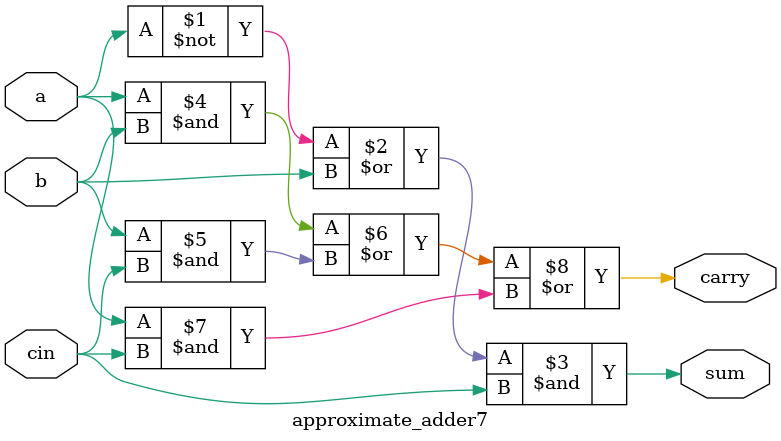
<source format=v>

module approximate_adder7 (input a,b,cin,
                          output sum,carry);

  assign sum = ((~a)|b)&cin;
  assign carry = (a&b)|(b&cin)|(a&cin);
endmodule
</source>
